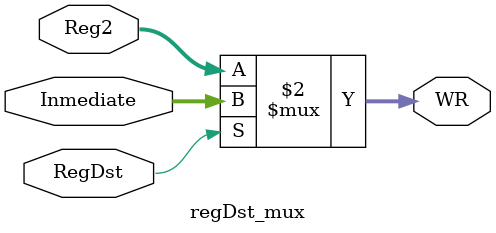
<source format=sv>
module regDst_mux #(parameter INST = 5)
(
    input  reg  [(INST-1):0] Reg2,        //Reg2 Data
    input  reg  [(INST-1):0] Inmediate,   //Inmediate Data
    input  reg  RegDst,                   //Bit of Control
    output wire [(INST-1):0] WR           //Write Register
);

    assign WR = !RegDst ? Reg2:Inmediate; //multiplexer
      
endmodule


</source>
